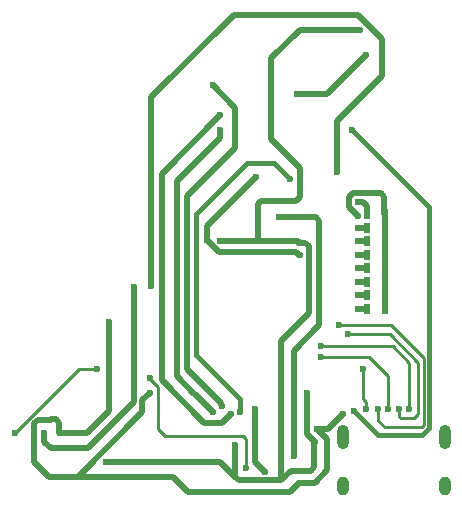
<source format=gbl>
G04*
G04 #@! TF.GenerationSoftware,Altium Limited,Altium Designer,20.0.13 (296)*
G04*
G04 Layer_Physical_Order=2*
G04 Layer_Color=16711680*
%FSLAX44Y44*%
%MOMM*%
G71*
G01*
G75*
%ADD22R,0.6000X0.9000*%
%ADD41C,0.5080*%
%ADD42C,0.3810*%
%ADD43C,0.2540*%
%ADD45O,1.0000X1.6000*%
%ADD46O,1.0000X2.1000*%
%ADD47C,0.6000*%
D22*
X786251Y690882D02*
D03*
X801250D02*
D03*
X786251Y668022D02*
D03*
X801250D02*
D03*
X786251Y645162D02*
D03*
X801250D02*
D03*
X786251Y633732D02*
D03*
X801250D02*
D03*
X786251Y610872D02*
D03*
X801250D02*
D03*
X786251Y679452D02*
D03*
X801250D02*
D03*
X786251Y656592D02*
D03*
X801250D02*
D03*
X786251Y622302D02*
D03*
X801250D02*
D03*
D41*
Y679452D02*
Y690882D01*
Y668022D02*
Y679452D01*
Y656592D02*
Y668022D01*
Y645162D02*
Y656592D01*
Y633732D02*
Y645162D01*
Y622302D02*
Y633732D01*
Y610872D02*
Y622302D01*
X760730Y726440D02*
Y769620D01*
X798830Y807720D02*
Y839470D01*
X760730Y769620D02*
X798830Y807720D01*
X673100Y859790D02*
X778510D01*
X798830Y839470D01*
X603250Y629920D02*
Y789940D01*
X673100Y859790D01*
X655320Y800100D02*
X674370Y781050D01*
X588711Y531561D02*
Y629460D01*
X549910Y492760D02*
X588711Y531561D01*
X518160Y492760D02*
X549910D01*
X512654Y498266D02*
X518160Y492760D01*
X512654Y498266D02*
Y505425D01*
X612140Y550381D02*
Y725170D01*
X661670Y774700D01*
X595630Y533400D02*
X601980Y539750D01*
X595630Y523240D02*
Y533400D01*
X541020Y468630D02*
X595630Y523240D01*
X753110Y509270D02*
X765810Y521970D01*
X743410Y509270D02*
X753110D01*
X650240Y669290D02*
X660400Y659130D01*
X726191D01*
X650240Y680720D02*
X692150Y722630D01*
X650240Y669290D02*
Y680720D01*
X661670Y668020D02*
X693420D01*
X727461D01*
X693420D02*
Y699334D01*
X696396Y702310D01*
X726004D01*
X728731Y666750D02*
X728980D01*
X727461Y668020D02*
X728731Y666750D01*
X726191Y659130D02*
X728731Y656590D01*
X728980D01*
X782531Y700864D02*
X785791Y697604D01*
X770890Y705684D02*
X773866Y708660D01*
X785791Y691342D02*
X786251Y690882D01*
X773866Y708660D02*
X797814D01*
X785791Y691342D02*
Y697604D01*
X770890Y697230D02*
Y705684D01*
X778686Y700864D02*
X782531D01*
X778510Y701040D02*
X778686Y700864D01*
X800790Y691342D02*
X801250Y690882D01*
X797814Y708660D02*
X800790Y705684D01*
Y691342D02*
Y705684D01*
X770890Y697230D02*
X778510Y689610D01*
X735330Y504439D02*
Y539750D01*
Y504439D02*
X741680Y498089D01*
X624840Y718820D02*
X661670Y755650D01*
Y762000D01*
X728980Y847090D02*
X779780D01*
X728980Y705286D02*
Y730250D01*
X726004Y702310D02*
X728980Y705286D01*
X704850Y754380D02*
X728980Y730250D01*
X704850Y754380D02*
Y822960D01*
X728980Y847090D01*
X726440Y792480D02*
X751840D01*
X784860Y825500D01*
X674370Y746760D02*
Y781050D01*
X612140Y550381D02*
X648171Y514350D01*
X662940D02*
X670560Y521970D01*
X648171Y514350D02*
X662940D01*
X639835Y538725D02*
X640149D01*
X655320Y523554D01*
X662764Y529092D02*
Y531036D01*
X624840Y553720D02*
X639835Y538725D01*
X662764Y529092D02*
X663120Y528736D01*
X633730Y560070D02*
X662764Y531036D01*
X633730Y706120D02*
X674370Y746760D01*
X633730Y560070D02*
Y706120D01*
X624840Y553720D02*
Y718820D01*
X621790Y468630D02*
X634490Y455930D01*
X565150Y481330D02*
X661670D01*
X674370Y468630D01*
X634490Y455930D02*
X721111D01*
X728731Y463550D01*
X690987Y481472D02*
Y525887D01*
Y481472D02*
X699770Y472689D01*
X674370Y468630D02*
Y495300D01*
X713280Y465630D02*
Y583740D01*
X736600Y607060D02*
Y663598D01*
X713280Y583740D02*
X736600Y607060D01*
X723972Y486304D02*
Y494942D01*
Y486304D02*
X724148Y486128D01*
X723900Y495013D02*
X723972Y494942D01*
X723900Y575217D02*
X745490Y596807D01*
Y685364D01*
X723900Y495013D02*
Y575217D01*
X729156Y666574D02*
X733624D01*
X736600Y663598D01*
X728980Y666750D02*
X729156Y666574D01*
X742514Y688340D02*
X745490Y685364D01*
X711200Y688340D02*
X742514D01*
X778631Y622302D02*
X786251D01*
X741680Y497840D02*
Y498089D01*
X728731Y463550D02*
X728980D01*
X565150Y468630D02*
X621790D01*
X674370D02*
X677370Y465630D01*
X713280D01*
X541020Y468630D02*
X565150D01*
X516890D02*
X541020D01*
X567690Y524510D02*
Y599440D01*
X548640Y505460D02*
X567690Y524510D01*
X713280Y465630D02*
X721360Y473710D01*
X699770Y472440D02*
Y472689D01*
X504190Y481330D02*
X516890Y468630D01*
X507166Y516890D02*
X518160D01*
X504190Y513914D02*
X507166Y516890D01*
X504190Y481330D02*
Y513914D01*
X525604Y505636D02*
Y514174D01*
X522628Y517150D02*
X525604Y514174D01*
X518420Y517150D02*
X522628D01*
X518160Y516890D02*
X518420Y517150D01*
X525604Y505636D02*
X525780Y505460D01*
X741504Y476686D02*
Y497664D01*
X738528Y473710D02*
X741504Y476686D01*
X721360Y473710D02*
X738528D01*
X729156Y463726D02*
X741856D01*
X752276Y474146D02*
Y500155D01*
X741856Y463726D02*
X752276Y474146D01*
X728980Y463550D02*
X729156Y463726D01*
X741504Y497664D02*
X741680Y497840D01*
X525780Y505460D02*
X548640D01*
X743410Y509021D02*
Y509270D01*
Y509021D02*
X752276Y500155D01*
X778631Y633732D02*
X786251D01*
X778631Y656592D02*
X786251D01*
X778631Y668022D02*
X786251D01*
X778631Y679452D02*
X786251D01*
X778631Y610872D02*
X786251D01*
X778631Y645162D02*
X786251D01*
D42*
X795020Y504190D02*
X832838D01*
X773430Y762000D02*
X838835Y696595D01*
Y510187D02*
Y696595D01*
X832838Y504190D02*
X838835Y510187D01*
X774700Y524510D02*
X795020Y504190D01*
X641525Y571325D02*
Y691055D01*
X684530Y734060D01*
X641525Y571325D02*
X678180Y534670D01*
X707315Y734060D02*
X720803Y720572D01*
X684530Y734060D02*
X707315D01*
X678180Y523240D02*
Y534670D01*
D43*
X762000Y596900D02*
X806450D01*
X834390Y568960D01*
X769620Y589280D02*
X805180D01*
X829310Y565150D01*
X834390Y512028D02*
Y568960D01*
X795020Y525780D02*
X795682Y525118D01*
Y516228D02*
Y525118D01*
Y516228D02*
X801370Y510540D01*
X832902D02*
X834390Y512028D01*
X801370Y510540D02*
X832902D01*
X829310Y521970D02*
Y565150D01*
X825500Y518160D02*
X829310Y521970D01*
X814288Y518160D02*
X825500D01*
X821690Y525780D02*
Y565150D01*
X807720Y579120D02*
X821690Y565150D01*
X746760Y579120D02*
X807720D01*
X812800Y519648D02*
Y525780D01*
Y519648D02*
X814288Y518160D01*
X803910Y525780D02*
Y553720D01*
X746760Y570230D02*
X787400D01*
X803910Y553720D01*
X782320Y534670D02*
X784860Y532130D01*
X782320Y534670D02*
Y560070D01*
X784860Y525780D02*
Y532130D01*
X680738Y502920D02*
X683260Y500398D01*
X614898Y502920D02*
X680738D01*
X683260Y476250D02*
Y500398D01*
X608770Y509048D02*
X614898Y502920D01*
X601980Y551514D02*
Y552450D01*
Y551514D02*
X608770Y544724D01*
Y509048D02*
Y544724D01*
X542290Y560070D02*
X557530D01*
X487680Y505460D02*
X542290Y560070D01*
D45*
X852280Y460400D02*
D03*
X765780D02*
D03*
D46*
X852280Y502200D02*
D03*
X765780D02*
D03*
D47*
X655320Y800100D02*
D03*
X588711Y629460D02*
D03*
X769620Y589280D02*
D03*
X821690Y525780D02*
D03*
X782320Y560070D02*
D03*
X812800Y525780D02*
D03*
X784860D02*
D03*
X774700Y524510D02*
D03*
X765810Y521970D02*
D03*
X803910Y525780D02*
D03*
X795020D02*
D03*
X650240Y669290D02*
D03*
X661670Y668020D02*
D03*
X778510Y701040D02*
D03*
X735330Y539750D02*
D03*
X773430Y762000D02*
D03*
X661670Y774700D02*
D03*
Y762000D02*
D03*
X692150Y722630D02*
D03*
X779780Y847090D02*
D03*
X760730Y726440D02*
D03*
X663120Y528736D02*
D03*
X655320Y523554D02*
D03*
X670560Y521970D02*
D03*
X603250Y629920D02*
D03*
X720803Y720572D02*
D03*
X690987Y525887D02*
D03*
X678180Y523240D02*
D03*
X674370Y495300D02*
D03*
X724148Y486128D02*
D03*
X728980Y656590D02*
D03*
X778631Y622302D02*
D03*
X728980Y666750D02*
D03*
X565150Y481330D02*
D03*
X601980Y539750D02*
D03*
Y552450D02*
D03*
X557530Y560070D02*
D03*
X683260Y476250D02*
D03*
X699770Y472440D02*
D03*
X512654Y505425D02*
D03*
X565150Y468630D02*
D03*
X728980Y463550D02*
D03*
X741680Y497840D02*
D03*
X567690Y599440D02*
D03*
X487680Y505460D02*
D03*
X525780D02*
D03*
X743410Y509270D02*
D03*
X711200Y688340D02*
D03*
X746760Y579120D02*
D03*
Y570230D02*
D03*
X762000Y596900D02*
D03*
X778631Y633732D02*
D03*
Y656592D02*
D03*
Y668022D02*
D03*
Y679452D02*
D03*
X778510Y689610D02*
D03*
X726440Y792480D02*
D03*
X784860Y825500D02*
D03*
X778631Y610872D02*
D03*
Y645162D02*
D03*
M02*

</source>
